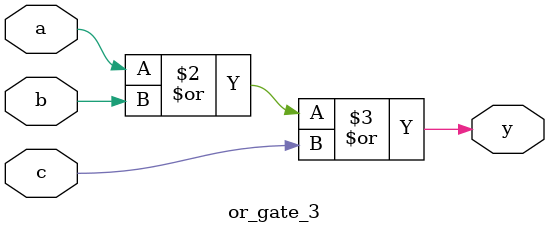
<source format=v>
module or_gate_3(y,a,b,c);
  
  input a,b,c;
  output reg y;
  
  always@(a&b&c)
  begin
    y = a|b|c;
  end
endmodule
</source>
